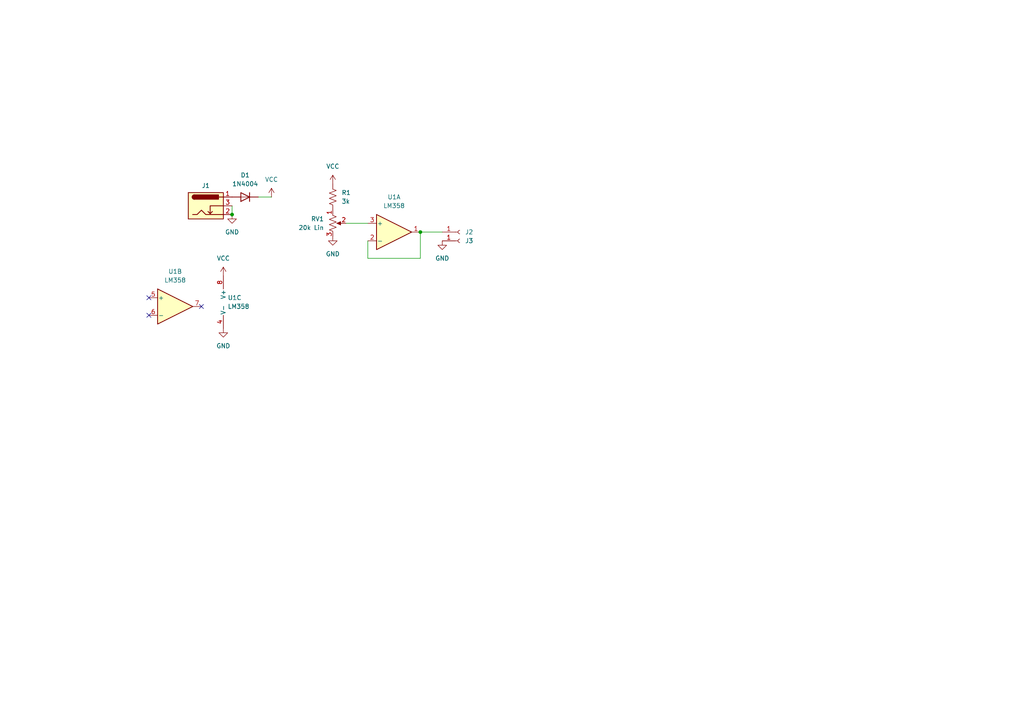
<source format=kicad_sch>
(kicad_sch (version 20250114) (generator "eeschema") (generator_version "9.0")
  (paper "A4")
  (lib_symbols
    (symbol "Amplifier_Operational:LM358" (pin_names (offset 0.127))
      (property "Reference" "U" (at 0 5.08 0))
      (property "Value" "LM358" (at 0 -5.08 0))
      (symbol "LM358_1_1"
        (polyline (pts (xy -5.08 5.08) (xy 5.08 0) (xy -5.08 -5.08) (xy -5.08 5.08)) (stroke (width 0.254)) (fill (type background)))
        (pin input line (at -7.62 2.54 0) (length 2.54) (name "+") (number "3"))
        (pin input line (at -7.62 -2.54 0) (length 2.54) (name "-") (number "2"))
        (pin output line (at 7.62 0 180) (length 2.54) (name "~") (number "1"))
      )
      (symbol "LM358_2_1"
        (polyline (pts (xy -5.08 5.08) (xy 5.08 0) (xy -5.08 -5.08) (xy -5.08 5.08)) (stroke (width 0.254)) (fill (type background)))
        (pin input line (at -7.62 2.54 0) (length 2.54) (name "+") (number "5"))
        (pin input line (at -7.62 -2.54 0) (length 2.54) (name "-") (number "6"))
        (pin output line (at 7.62 0 180) (length 2.54) (name "~") (number "7"))
      )
      (symbol "LM358_3_1"
        (pin power_in line (at -2.54 7.62 270) (length 3.81) (name "V+") (number "8"))
        (pin power_in line (at -2.54 -7.62 90) (length 3.81) (name "V-") (number "4"))
      )
    )
    (symbol "Connector:Barrel_Jack_Switch" (pin_names (hide yes))
      (property "Reference" "J" (at 0 5.334 0))
      (property "Value" "Barrel_Jack_Switch" (at 0 -5.08 0))
      (symbol "Barrel_Jack_Switch_0_1"
        (rectangle (start -5.08 3.81) (end 5.08 -3.81) (stroke (width 0.254)) (fill (type background)))
        (polyline (pts (xy -3.81 -2.54) (xy -2.54 -2.54) (xy -1.27 -1.27) (xy 0 -2.54) (xy 2.54 -2.54) (xy 5.08 -2.54)) (stroke (width 0.254)))
        (arc (start -3.302 1.905) (mid -3.9343 2.54) (end -3.302 3.175) (stroke (width 0.254)))
        (arc (start -3.302 1.905) (mid -3.9343 2.54) (end -3.302 3.175) (stroke (width 0.254)) (fill (type outline)))
        (polyline (pts (xy 1.27 -2.286) (xy 1.905 -1.651)) (stroke (width 0.254)))
        (rectangle (start 3.683 3.175) (end -3.302 1.905) (stroke (width 0.254)) (fill (type outline)))
        (polyline (pts (xy 5.08 2.54) (xy 3.81 2.54)) (stroke (width 0.254)))
        (polyline (pts (xy 5.08 0) (xy 1.27 0) (xy 1.27 -2.286) (xy 0.635 -1.651)) (stroke (width 0.254)))
      )
      (symbol "Barrel_Jack_Switch_1_1"
        (pin passive line (at 7.62 2.54 180) (length 2.54) (name "~") (number "1"))
        (pin passive line (at 7.62 0 180) (length 2.54) (name "~") (number "3"))
        (pin passive line (at 7.62 -2.54 180) (length 2.54) (name "~") (number "2"))
      )
    )
    (symbol "Connector:Conn_01x01_Socket" (pin_names (offset 1.016) (hide yes))
      (property "Reference" "J" (at 0 2.54 0))
      (property "Value" "Conn_01x01_Socket" (at 0 -2.54 0))
      (symbol "Conn_01x01_Socket_1_1"
        (polyline (pts (xy -1.27 0) (xy -0.508 0)) (stroke (width 0.1524)))
        (arc (start 0 -0.508) (mid -0.5058 0) (end 0 0.508) (stroke (width 0.1524)))
        (pin passive line (at -5.08 0 0) (length 3.81) (name "Pin_1") (number "1"))
      )
    )
    (symbol "Device:R_Potentiometer_US" (pin_names (offset 1.016) (hide yes))
      (property "Reference" "RV" (at -4.445 0 90))
      (property "Value" "R_Potentiometer_US" (at -2.54 0 90))
      (symbol "R_Potentiometer_US_0_1"
        (polyline (pts (xy 0 2.54) (xy 0 2.286)))
        (polyline (pts (xy 0 2.286) (xy 1.016 1.905) (xy 0 1.524) (xy -1.016 1.143) (xy 0 0.762)))
        (polyline (pts (xy 0 0.762) (xy 1.016 0.381) (xy 0 0) (xy -1.016 -0.381) (xy 0 -0.762)))
        (polyline (pts (xy 0 -0.762) (xy 1.016 -1.143) (xy 0 -1.524) (xy -1.016 -1.905) (xy 0 -2.286)))
        (polyline (pts (xy 0 -2.286) (xy 0 -2.54)))
        (polyline (pts (xy 1.143 0) (xy 2.286 0.508) (xy 2.286 -0.508) (xy 1.143 0)) (fill (type outline)))
        (polyline (pts (xy 2.54 0) (xy 1.524 0)))
      )
      (symbol "R_Potentiometer_US_1_1"
        (pin passive line (at 0 3.81 270) (length 1.27) (name "1") (number "1"))
        (pin passive line (at 0 -3.81 90) (length 1.27) (name "3") (number "3"))
        (pin passive line (at 3.81 0 180) (length 1.27) (name "2") (number "2"))
      )
    )
    (symbol "Device:R_US" (pin_numbers (hide yes)) (pin_names (offset 0))
      (property "Reference" "R" (at 2.54 0 90))
      (property "Value" "R_US" (at -2.54 0 90))
      (symbol "R_US_0_1"
        (polyline (pts (xy 0 2.286) (xy 0 2.54)))
        (polyline (pts (xy 0 2.286) (xy 1.016 1.905) (xy 0 1.524) (xy -1.016 1.143) (xy 0 0.762)))
        (polyline (pts (xy 0 0.762) (xy 1.016 0.381) (xy 0 0) (xy -1.016 -0.381) (xy 0 -0.762)))
        (polyline (pts (xy 0 -0.762) (xy 1.016 -1.143) (xy 0 -1.524) (xy -1.016 -1.905) (xy 0 -2.286)))
        (polyline (pts (xy 0 -2.286) (xy 0 -2.54)))
      )
      (symbol "R_US_1_1"
        (pin passive line (at 0 3.81 270) (length 1.27) (name "~") (number "1"))
        (pin passive line (at 0 -3.81 90) (length 1.27) (name "~") (number "2"))
      )
    )
    (symbol "Diode:1N4004" (pin_numbers (hide yes)) (pin_names (hide yes))
      (property "Reference" "D" (at 0 2.54 0))
      (property "Value" "1N4004" (at 0 -2.54 0))
      (symbol "1N4004_0_1"
        (polyline (pts (xy -1.27 1.27) (xy -1.27 -1.27)) (stroke (width 0.254)))
        (polyline (pts (xy 1.27 1.27) (xy 1.27 -1.27) (xy -1.27 0) (xy 1.27 1.27)) (stroke (width 0.254)))
        (polyline (pts (xy 1.27 0) (xy -1.27 0)))
      )
      (symbol "1N4004_1_1"
        (pin passive line (at -3.81 0 0) (length 2.54) (name "K") (number "1"))
        (pin passive line (at 3.81 0 180) (length 2.54) (name "A") (number "2"))
      )
    )
    (symbol "power:GND" (power) (pin_numbers (hide yes)) (pin_names (offset 0) (hide yes))
      (property "Value" "GND" (at 0 -3.81 0))
      (symbol "GND_0_1"
        (polyline (pts (xy 0 0) (xy 0 -1.27) (xy 1.27 -1.27) (xy 0 -2.54) (xy -1.27 -1.27) (xy 0 -1.27)))
      )
      (symbol "GND_1_1"
        (pin power_in line (at 0 0 270) (length 0) (name "~") (number "1"))
      )
    )
    (symbol "power:VCC" (power) (pin_numbers (hide yes)) (pin_names (offset 0) (hide yes))
      (property "Value" "VCC" (at 0 3.556 0))
      (symbol "VCC_0_1"
        (polyline (pts (xy -0.762 1.27) (xy 0 2.54)))
        (polyline (pts (xy 0 2.54) (xy 0.762 1.27)))
        (polyline (pts (xy 0 0) (xy 0 2.54)))
      )
      (symbol "VCC_1_1"
        (pin power_in line (at 0 0 90) (length 0) (name "~") (number "1"))
      )
    )
  )
  (junction (at 121.92 67.31))
  (junction (at 67.31 62.23))
  (no_connect (at 43.18 91.44))
  (no_connect (at 58.42 88.9))
  (no_connect (at 43.18 86.36))
  (wire (pts (xy 106.68 69.85) (xy 106.68 74.93)))
  (wire (pts (xy 106.68 74.93) (xy 121.92 74.93)))
  (wire (pts (xy 121.92 74.93) (xy 121.92 67.31)))
  (wire (pts (xy 121.92 67.31) (xy 128.27 67.31)))
  (wire (pts (xy 100.33 64.77) (xy 106.68 64.77)))
  (wire (pts (xy 74.93 57.15) (xy 78.74 57.15)))
  (wire (pts (xy 67.31 59.69) (xy 67.31 62.23)))
  (symbol (lib_id "Connector:Conn_01x01_Socket") (at 133.35 67.31 0) (unit 1)
    (property "Reference" "J2" (at 134.874 67.31 0) (effects (justify left)))
    (property "Value" "Conn_01x01_Socket" (effects (hide yes)))
    (property "Footprint" "Connector_PinHeader_1.00mm:PinHeader_1x01_P1.00mm_Vertical" (effects (hide yes)))
    (property "Description" "Generic connector, single row, 01x01, script generated" (effects (hide yes)))
  )
  (symbol (lib_id "Device:R_Potentiometer_US") (at 96.52 64.77 0) (unit 1)
    (property "Reference" "RV1" (at 93.98 63.4999 0) (effects (justify right)))
    (property "Value" "20k Lin" (at 93.98 66.0399 0) (effects (justify right)))
    (property "Footprint" "SamacSys_Parts:PTV09A4020FB103" (effects (hide yes)))
    (property "Description" "Potentiometer, US symbol" (effects (hide yes)))
  )
  (symbol (lib_id "Amplifier_Operational:LM358") (at 114.3 67.31 0) (unit 1)
    (property "Reference" "U1" (at 114.3 57.15 0))
    (property "Value" "LM358" (at 114.3 59.69 0))
    (property "Footprint" "Package_DIP:DIP-8_W7.62mm_LongPads" (effects (hide yes)))
    (property "Datasheet" "http://www.ti.com/lit/ds/symlink/lm2904-n.pdf" (effects (hide yes)))
    (property "Description" "Low-Power, Dual Operational Amplifiers, DIP-8/SOIC-8/TO-99-8" (effects (hide yes)))
  )
  (symbol (lib_id "power:GND") (at 96.52 68.58 0) (unit 1)
    (property "Reference" "#PWR06" (effects (hide yes)))
    (property "Value" "GND" (at 96.52 73.66 0))
    (property "Description" "Power symbol creates a global label with name \"GND\" , ground" (effects (hide yes)))
  )
  (symbol (lib_id "power:VCC") (at 96.52 53.34 0) (unit 1)
    (property "Reference" "#PWR05" (effects (hide yes)))
    (property "Value" "VCC" (at 96.52 48.26 0))
    (property "Description" "Power symbol creates a global label with name \"VCC\"" (effects (hide yes)))
  )
  (symbol (lib_id "Connector:Barrel_Jack_Switch") (at 59.69 59.69 0) (unit 1)
    (property "Reference" "J1" (at 59.69 53.848 0))
    (property "Value" "Barrel_Jack_Switch" (effects (hide yes)))
    (property "Footprint" "Connector_BarrelJack:BarrelJack_Horizontal" (effects (hide yes)))
    (property "Description" "DC Barrel Jack with an internal switch" (effects (hide yes)))
  )
  (symbol (lib_id "Device:R_US") (at 96.52 57.15 0) (unit 1)
    (property "Reference" "R1" (at 99.06 55.8799 0) (effects (justify left)))
    (property "Value" "3k" (at 99.06 58.4199 0) (effects (justify left)))
    (property "Footprint" "Resistor_THT:R_Axial_DIN0207_L6.3mm_D2.5mm_P10.16mm_Horizontal" (effects (hide yes)))
    (property "Description" "Resistor, US symbol" (effects (hide yes)))
  )
  (symbol (lib_id "power:GND") (at 64.77 95.25 0) (unit 1)
    (property "Reference" "#PWR04" (effects (hide yes)))
    (property "Value" "GND" (at 64.77 100.33 0))
    (property "Description" "Power symbol creates a global label with name \"GND\" , ground" (effects (hide yes)))
  )
  (symbol (lib_id "Amplifier_Operational:LM358") (at 67.31 87.63 0) (unit 3)
    (property "Reference" "U1" (at 66.04 86.3599 0) (effects (justify left)))
    (property "Value" "LM358" (at 66.04 88.8999 0) (effects (justify left)))
    (property "Footprint" "Package_DIP:DIP-8_W7.62mm_LongPads" (effects (hide yes)))
    (property "Datasheet" "http://www.ti.com/lit/ds/symlink/lm2904-n.pdf" (effects (hide yes)))
    (property "Description" "Low-Power, Dual Operational Amplifiers, DIP-8/SOIC-8/TO-99-8" (effects (hide yes)))
  )
  (symbol (lib_id "power:GND") (at 67.31 62.23 0) (unit 1)
    (property "Reference" "#PWR01" (effects (hide yes)))
    (property "Value" "GND" (at 67.31 67.31 0))
    (property "Description" "Power symbol creates a global label with name \"GND\" , ground" (effects (hide yes)))
  )
  (symbol (lib_id "power:VCC") (at 64.77 80.01 0) (unit 1)
    (property "Reference" "#PWR03" (effects (hide yes)))
    (property "Value" "VCC" (at 64.77 74.93 0))
    (property "Description" "Power symbol creates a global label with name \"VCC\"" (effects (hide yes)))
  )
  (symbol (lib_id "Diode:1N4004") (at 71.12 57.15 180) (unit 1)
    (property "Reference" "D1" (at 71.12 50.8 0))
    (property "Value" "1N4004" (at 71.12 53.34 0))
    (property "Footprint" "Diode_THT:D_DO-41_SOD81_P10.16mm_Horizontal" (effects (hide yes)))
    (property "Datasheet" "http://www.vishay.com/docs/88503/1n4001.pdf" (effects (hide yes)))
    (property "Description" "400V 1A General Purpose Rectifier Diode, DO-41" (effects (hide yes)))
    (property "Sim.Device" "D" (effects (hide yes)))
    (property "Sim.Pins" "1=K 2=A" (effects (hide yes)))
  )
  (symbol (lib_id "power:GND") (at 128.27 69.85 0) (unit 1)
    (property "Reference" "#PWR07" (effects (hide yes)))
    (property "Value" "GND" (at 128.27 74.93 0))
    (property "Description" "Power symbol creates a global label with name \"GND\" , ground" (effects (hide yes)))
  )
  (symbol (lib_id "power:VCC") (at 78.74 57.15 0) (unit 1)
    (property "Reference" "#PWR02" (effects (hide yes)))
    (property "Value" "VCC" (at 78.74 52.07 0))
    (property "Description" "Power symbol creates a global label with name \"VCC\"" (effects (hide yes)))
  )
  (symbol (lib_id "Connector:Conn_01x01_Socket") (at 133.35 69.85 0) (unit 1)
    (property "Reference" "J3" (at 134.874 69.85 0) (effects (justify left)))
    (property "Value" "Conn_01x01_Socket" (effects (hide yes)))
    (property "Footprint" "Connector_PinHeader_1.00mm:PinHeader_1x01_P1.00mm_Vertical" (effects (hide yes)))
    (property "Description" "Generic connector, single row, 01x01, script generated" (effects (hide yes)))
  )
  (symbol (lib_id "Amplifier_Operational:LM358") (at 50.8 88.9 0) (unit 2)
    (property "Reference" "U1" (at 50.8 78.74 0))
    (property "Value" "LM358" (at 50.8 81.28 0))
    (property "Footprint" "Package_DIP:DIP-8_W7.62mm_LongPads" (effects (hide yes)))
    (property "Datasheet" "http://www.ti.com/lit/ds/symlink/lm2904-n.pdf" (effects (hide yes)))
    (property "Description" "Low-Power, Dual Operational Amplifiers, DIP-8/SOIC-8/TO-99-8" (effects (hide yes)))
  )
)
</source>
